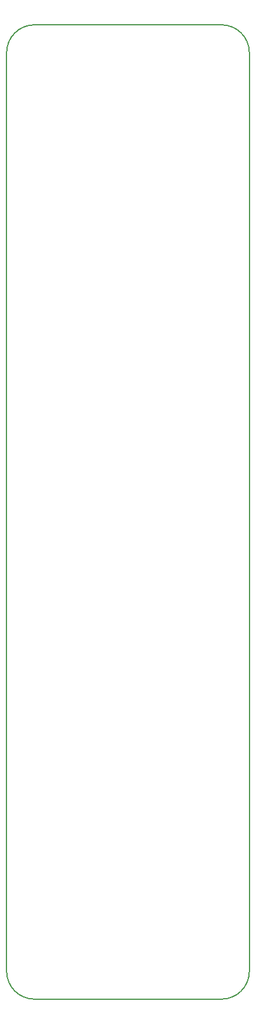
<source format=gko>
G04 #@! TF.FileFunction,Profile,NP*
%FSLAX46Y46*%
G04 Gerber Fmt 4.6, Leading zero omitted, Abs format (unit mm)*
G04 Created by KiCad (PCBNEW 4.0.4+e1-6308~48~ubuntu14.04.1-stable) date Thu Dec 22 12:45:23 2016*
%MOMM*%
%LPD*%
G01*
G04 APERTURE LIST*
%ADD10C,0.100000*%
%ADD11C,0.150000*%
G04 APERTURE END LIST*
D10*
D11*
X151000000Y-172500000D02*
G75*
G03X155000000Y-168500000I0J4000000D01*
G01*
X120000000Y-168500000D02*
G75*
G03X124000000Y-172500000I4000000J0D01*
G01*
X124000000Y-32500000D02*
G75*
G03X120000000Y-36500000I0J-4000000D01*
G01*
X155000000Y-36500000D02*
G75*
G03X151000000Y-32500000I-4000000J0D01*
G01*
X151000000Y-172500000D02*
X124000000Y-172500000D01*
X155000000Y-168500000D02*
X155000000Y-36500000D01*
X120000000Y-36500000D02*
X120000000Y-168500000D01*
X124000000Y-32500000D02*
X151000000Y-32500000D01*
M02*

</source>
